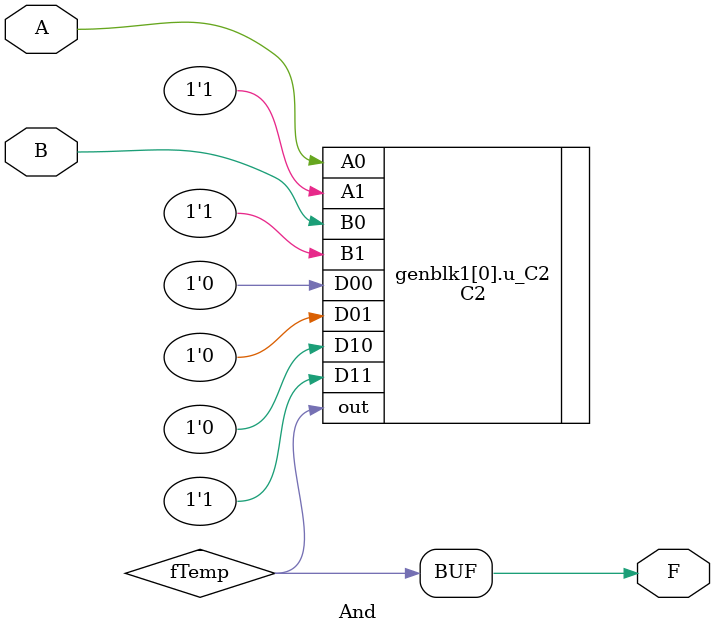
<source format=v>
module And #(parameter INPUT_SIZE = 1)(input [INPUT_SIZE-1:0] A, B, output reg [INPUT_SIZE-1:0] F);

    wire [INPUT_SIZE-1:0] fTemp;

    genvar i;
    generate
        for (i = 0; i < INPUT_SIZE; i = i + 1) begin
            C2 u_C2 (
                .D00(1'b0),
                .D01(1'b0),
                .D10(1'b0),
                .D11(1'b1),
                .A1(1'b1),
                .B1(1'b1),
                .A0(A[i]),
                .B0(B[i]),
                .out(fTemp[i])
            );
        end
    endgenerate

    assign F = fTemp;

endmodule
</source>
